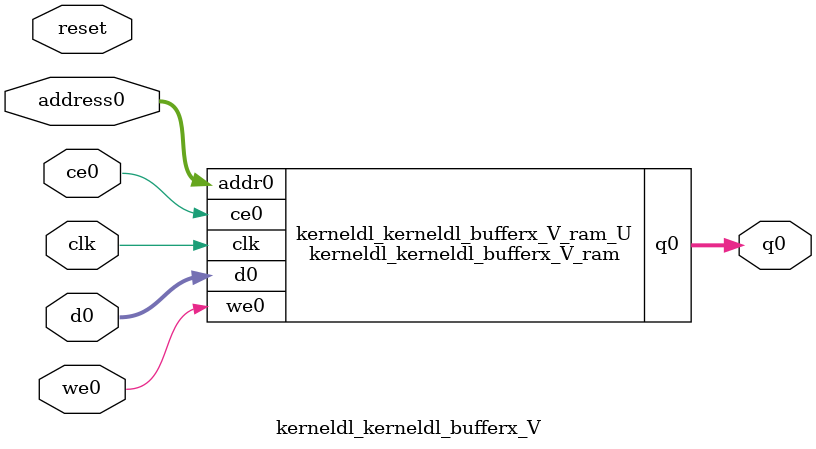
<source format=v>
`timescale 1 ns / 1 ps
module kerneldl_kerneldl_bufferx_V_ram (addr0, ce0, d0, we0, q0,  clk);

parameter DWIDTH = 16;
parameter AWIDTH = 15;
parameter MEM_SIZE = 24000;

input[AWIDTH-1:0] addr0;
input ce0;
input[DWIDTH-1:0] d0;
input we0;
output reg[DWIDTH-1:0] q0;
input clk;

(* ram_style = "block" *)reg [DWIDTH-1:0] ram[0:MEM_SIZE-1];




always @(posedge clk)  
begin 
    if (ce0) begin
        if (we0) 
            ram[addr0] <= d0; 
        q0 <= ram[addr0];
    end
end


endmodule

`timescale 1 ns / 1 ps
module kerneldl_kerneldl_bufferx_V(
    reset,
    clk,
    address0,
    ce0,
    we0,
    d0,
    q0);

parameter DataWidth = 32'd16;
parameter AddressRange = 32'd24000;
parameter AddressWidth = 32'd15;
input reset;
input clk;
input[AddressWidth - 1:0] address0;
input ce0;
input we0;
input[DataWidth - 1:0] d0;
output[DataWidth - 1:0] q0;



kerneldl_kerneldl_bufferx_V_ram kerneldl_kerneldl_bufferx_V_ram_U(
    .clk( clk ),
    .addr0( address0 ),
    .ce0( ce0 ),
    .we0( we0 ),
    .d0( d0 ),
    .q0( q0 ));

endmodule


</source>
